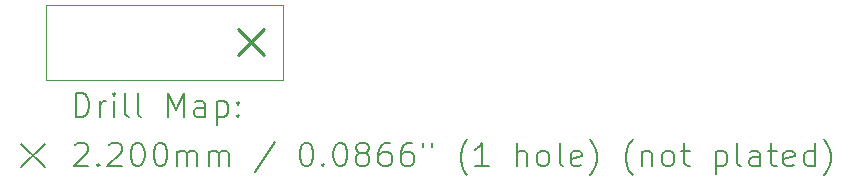
<source format=gbr>
%TF.GenerationSoftware,KiCad,Pcbnew,7.0.6*%
%TF.CreationDate,2023-11-25T11:09:49-07:00*%
%TF.ProjectId,ReflectiveSensor,5265666c-6563-4746-9976-6553656e736f,rev?*%
%TF.SameCoordinates,Original*%
%TF.FileFunction,Drillmap*%
%TF.FilePolarity,Positive*%
%FSLAX45Y45*%
G04 Gerber Fmt 4.5, Leading zero omitted, Abs format (unit mm)*
G04 Created by KiCad (PCBNEW 7.0.6) date 2023-11-25 11:09:49*
%MOMM*%
%LPD*%
G01*
G04 APERTURE LIST*
%ADD10C,0.100000*%
%ADD11C,0.200000*%
%ADD12C,0.220000*%
G04 APERTURE END LIST*
D10*
X20250000Y-7700000D02*
X22255000Y-7700000D01*
X22255000Y-8335000D01*
X20250000Y-8335000D01*
X20250000Y-7700000D01*
D11*
D12*
X21875000Y-7908500D02*
X22095000Y-8128500D01*
X22095000Y-7908500D02*
X21875000Y-8128500D01*
D11*
X20505777Y-8651484D02*
X20505777Y-8451484D01*
X20505777Y-8451484D02*
X20553396Y-8451484D01*
X20553396Y-8451484D02*
X20581967Y-8461008D01*
X20581967Y-8461008D02*
X20601015Y-8480055D01*
X20601015Y-8480055D02*
X20610539Y-8499103D01*
X20610539Y-8499103D02*
X20620063Y-8537198D01*
X20620063Y-8537198D02*
X20620063Y-8565770D01*
X20620063Y-8565770D02*
X20610539Y-8603865D01*
X20610539Y-8603865D02*
X20601015Y-8622912D01*
X20601015Y-8622912D02*
X20581967Y-8641960D01*
X20581967Y-8641960D02*
X20553396Y-8651484D01*
X20553396Y-8651484D02*
X20505777Y-8651484D01*
X20705777Y-8651484D02*
X20705777Y-8518150D01*
X20705777Y-8556246D02*
X20715301Y-8537198D01*
X20715301Y-8537198D02*
X20724824Y-8527674D01*
X20724824Y-8527674D02*
X20743872Y-8518150D01*
X20743872Y-8518150D02*
X20762920Y-8518150D01*
X20829586Y-8651484D02*
X20829586Y-8518150D01*
X20829586Y-8451484D02*
X20820063Y-8461008D01*
X20820063Y-8461008D02*
X20829586Y-8470531D01*
X20829586Y-8470531D02*
X20839110Y-8461008D01*
X20839110Y-8461008D02*
X20829586Y-8451484D01*
X20829586Y-8451484D02*
X20829586Y-8470531D01*
X20953396Y-8651484D02*
X20934348Y-8641960D01*
X20934348Y-8641960D02*
X20924824Y-8622912D01*
X20924824Y-8622912D02*
X20924824Y-8451484D01*
X21058158Y-8651484D02*
X21039110Y-8641960D01*
X21039110Y-8641960D02*
X21029586Y-8622912D01*
X21029586Y-8622912D02*
X21029586Y-8451484D01*
X21286729Y-8651484D02*
X21286729Y-8451484D01*
X21286729Y-8451484D02*
X21353396Y-8594341D01*
X21353396Y-8594341D02*
X21420063Y-8451484D01*
X21420063Y-8451484D02*
X21420063Y-8651484D01*
X21601015Y-8651484D02*
X21601015Y-8546722D01*
X21601015Y-8546722D02*
X21591491Y-8527674D01*
X21591491Y-8527674D02*
X21572444Y-8518150D01*
X21572444Y-8518150D02*
X21534348Y-8518150D01*
X21534348Y-8518150D02*
X21515301Y-8527674D01*
X21601015Y-8641960D02*
X21581967Y-8651484D01*
X21581967Y-8651484D02*
X21534348Y-8651484D01*
X21534348Y-8651484D02*
X21515301Y-8641960D01*
X21515301Y-8641960D02*
X21505777Y-8622912D01*
X21505777Y-8622912D02*
X21505777Y-8603865D01*
X21505777Y-8603865D02*
X21515301Y-8584817D01*
X21515301Y-8584817D02*
X21534348Y-8575293D01*
X21534348Y-8575293D02*
X21581967Y-8575293D01*
X21581967Y-8575293D02*
X21601015Y-8565770D01*
X21696253Y-8518150D02*
X21696253Y-8718150D01*
X21696253Y-8527674D02*
X21715301Y-8518150D01*
X21715301Y-8518150D02*
X21753396Y-8518150D01*
X21753396Y-8518150D02*
X21772444Y-8527674D01*
X21772444Y-8527674D02*
X21781967Y-8537198D01*
X21781967Y-8537198D02*
X21791491Y-8556246D01*
X21791491Y-8556246D02*
X21791491Y-8613389D01*
X21791491Y-8613389D02*
X21781967Y-8632436D01*
X21781967Y-8632436D02*
X21772444Y-8641960D01*
X21772444Y-8641960D02*
X21753396Y-8651484D01*
X21753396Y-8651484D02*
X21715301Y-8651484D01*
X21715301Y-8651484D02*
X21696253Y-8641960D01*
X21877205Y-8632436D02*
X21886729Y-8641960D01*
X21886729Y-8641960D02*
X21877205Y-8651484D01*
X21877205Y-8651484D02*
X21867682Y-8641960D01*
X21867682Y-8641960D02*
X21877205Y-8632436D01*
X21877205Y-8632436D02*
X21877205Y-8651484D01*
X21877205Y-8527674D02*
X21886729Y-8537198D01*
X21886729Y-8537198D02*
X21877205Y-8546722D01*
X21877205Y-8546722D02*
X21867682Y-8537198D01*
X21867682Y-8537198D02*
X21877205Y-8527674D01*
X21877205Y-8527674D02*
X21877205Y-8546722D01*
X20045000Y-8880000D02*
X20245000Y-9080000D01*
X20245000Y-8880000D02*
X20045000Y-9080000D01*
X20496253Y-8890531D02*
X20505777Y-8881008D01*
X20505777Y-8881008D02*
X20524824Y-8871484D01*
X20524824Y-8871484D02*
X20572444Y-8871484D01*
X20572444Y-8871484D02*
X20591491Y-8881008D01*
X20591491Y-8881008D02*
X20601015Y-8890531D01*
X20601015Y-8890531D02*
X20610539Y-8909579D01*
X20610539Y-8909579D02*
X20610539Y-8928627D01*
X20610539Y-8928627D02*
X20601015Y-8957198D01*
X20601015Y-8957198D02*
X20486729Y-9071484D01*
X20486729Y-9071484D02*
X20610539Y-9071484D01*
X20696253Y-9052436D02*
X20705777Y-9061960D01*
X20705777Y-9061960D02*
X20696253Y-9071484D01*
X20696253Y-9071484D02*
X20686729Y-9061960D01*
X20686729Y-9061960D02*
X20696253Y-9052436D01*
X20696253Y-9052436D02*
X20696253Y-9071484D01*
X20781967Y-8890531D02*
X20791491Y-8881008D01*
X20791491Y-8881008D02*
X20810539Y-8871484D01*
X20810539Y-8871484D02*
X20858158Y-8871484D01*
X20858158Y-8871484D02*
X20877205Y-8881008D01*
X20877205Y-8881008D02*
X20886729Y-8890531D01*
X20886729Y-8890531D02*
X20896253Y-8909579D01*
X20896253Y-8909579D02*
X20896253Y-8928627D01*
X20896253Y-8928627D02*
X20886729Y-8957198D01*
X20886729Y-8957198D02*
X20772444Y-9071484D01*
X20772444Y-9071484D02*
X20896253Y-9071484D01*
X21020063Y-8871484D02*
X21039110Y-8871484D01*
X21039110Y-8871484D02*
X21058158Y-8881008D01*
X21058158Y-8881008D02*
X21067682Y-8890531D01*
X21067682Y-8890531D02*
X21077205Y-8909579D01*
X21077205Y-8909579D02*
X21086729Y-8947674D01*
X21086729Y-8947674D02*
X21086729Y-8995293D01*
X21086729Y-8995293D02*
X21077205Y-9033389D01*
X21077205Y-9033389D02*
X21067682Y-9052436D01*
X21067682Y-9052436D02*
X21058158Y-9061960D01*
X21058158Y-9061960D02*
X21039110Y-9071484D01*
X21039110Y-9071484D02*
X21020063Y-9071484D01*
X21020063Y-9071484D02*
X21001015Y-9061960D01*
X21001015Y-9061960D02*
X20991491Y-9052436D01*
X20991491Y-9052436D02*
X20981967Y-9033389D01*
X20981967Y-9033389D02*
X20972444Y-8995293D01*
X20972444Y-8995293D02*
X20972444Y-8947674D01*
X20972444Y-8947674D02*
X20981967Y-8909579D01*
X20981967Y-8909579D02*
X20991491Y-8890531D01*
X20991491Y-8890531D02*
X21001015Y-8881008D01*
X21001015Y-8881008D02*
X21020063Y-8871484D01*
X21210539Y-8871484D02*
X21229586Y-8871484D01*
X21229586Y-8871484D02*
X21248634Y-8881008D01*
X21248634Y-8881008D02*
X21258158Y-8890531D01*
X21258158Y-8890531D02*
X21267682Y-8909579D01*
X21267682Y-8909579D02*
X21277205Y-8947674D01*
X21277205Y-8947674D02*
X21277205Y-8995293D01*
X21277205Y-8995293D02*
X21267682Y-9033389D01*
X21267682Y-9033389D02*
X21258158Y-9052436D01*
X21258158Y-9052436D02*
X21248634Y-9061960D01*
X21248634Y-9061960D02*
X21229586Y-9071484D01*
X21229586Y-9071484D02*
X21210539Y-9071484D01*
X21210539Y-9071484D02*
X21191491Y-9061960D01*
X21191491Y-9061960D02*
X21181967Y-9052436D01*
X21181967Y-9052436D02*
X21172444Y-9033389D01*
X21172444Y-9033389D02*
X21162920Y-8995293D01*
X21162920Y-8995293D02*
X21162920Y-8947674D01*
X21162920Y-8947674D02*
X21172444Y-8909579D01*
X21172444Y-8909579D02*
X21181967Y-8890531D01*
X21181967Y-8890531D02*
X21191491Y-8881008D01*
X21191491Y-8881008D02*
X21210539Y-8871484D01*
X21362920Y-9071484D02*
X21362920Y-8938150D01*
X21362920Y-8957198D02*
X21372444Y-8947674D01*
X21372444Y-8947674D02*
X21391491Y-8938150D01*
X21391491Y-8938150D02*
X21420063Y-8938150D01*
X21420063Y-8938150D02*
X21439110Y-8947674D01*
X21439110Y-8947674D02*
X21448634Y-8966722D01*
X21448634Y-8966722D02*
X21448634Y-9071484D01*
X21448634Y-8966722D02*
X21458158Y-8947674D01*
X21458158Y-8947674D02*
X21477205Y-8938150D01*
X21477205Y-8938150D02*
X21505777Y-8938150D01*
X21505777Y-8938150D02*
X21524825Y-8947674D01*
X21524825Y-8947674D02*
X21534348Y-8966722D01*
X21534348Y-8966722D02*
X21534348Y-9071484D01*
X21629586Y-9071484D02*
X21629586Y-8938150D01*
X21629586Y-8957198D02*
X21639110Y-8947674D01*
X21639110Y-8947674D02*
X21658158Y-8938150D01*
X21658158Y-8938150D02*
X21686729Y-8938150D01*
X21686729Y-8938150D02*
X21705777Y-8947674D01*
X21705777Y-8947674D02*
X21715301Y-8966722D01*
X21715301Y-8966722D02*
X21715301Y-9071484D01*
X21715301Y-8966722D02*
X21724825Y-8947674D01*
X21724825Y-8947674D02*
X21743872Y-8938150D01*
X21743872Y-8938150D02*
X21772444Y-8938150D01*
X21772444Y-8938150D02*
X21791491Y-8947674D01*
X21791491Y-8947674D02*
X21801015Y-8966722D01*
X21801015Y-8966722D02*
X21801015Y-9071484D01*
X22191491Y-8861960D02*
X22020063Y-9119103D01*
X22448634Y-8871484D02*
X22467682Y-8871484D01*
X22467682Y-8871484D02*
X22486729Y-8881008D01*
X22486729Y-8881008D02*
X22496253Y-8890531D01*
X22496253Y-8890531D02*
X22505777Y-8909579D01*
X22505777Y-8909579D02*
X22515301Y-8947674D01*
X22515301Y-8947674D02*
X22515301Y-8995293D01*
X22515301Y-8995293D02*
X22505777Y-9033389D01*
X22505777Y-9033389D02*
X22496253Y-9052436D01*
X22496253Y-9052436D02*
X22486729Y-9061960D01*
X22486729Y-9061960D02*
X22467682Y-9071484D01*
X22467682Y-9071484D02*
X22448634Y-9071484D01*
X22448634Y-9071484D02*
X22429586Y-9061960D01*
X22429586Y-9061960D02*
X22420063Y-9052436D01*
X22420063Y-9052436D02*
X22410539Y-9033389D01*
X22410539Y-9033389D02*
X22401015Y-8995293D01*
X22401015Y-8995293D02*
X22401015Y-8947674D01*
X22401015Y-8947674D02*
X22410539Y-8909579D01*
X22410539Y-8909579D02*
X22420063Y-8890531D01*
X22420063Y-8890531D02*
X22429586Y-8881008D01*
X22429586Y-8881008D02*
X22448634Y-8871484D01*
X22601015Y-9052436D02*
X22610539Y-9061960D01*
X22610539Y-9061960D02*
X22601015Y-9071484D01*
X22601015Y-9071484D02*
X22591491Y-9061960D01*
X22591491Y-9061960D02*
X22601015Y-9052436D01*
X22601015Y-9052436D02*
X22601015Y-9071484D01*
X22734348Y-8871484D02*
X22753396Y-8871484D01*
X22753396Y-8871484D02*
X22772444Y-8881008D01*
X22772444Y-8881008D02*
X22781967Y-8890531D01*
X22781967Y-8890531D02*
X22791491Y-8909579D01*
X22791491Y-8909579D02*
X22801015Y-8947674D01*
X22801015Y-8947674D02*
X22801015Y-8995293D01*
X22801015Y-8995293D02*
X22791491Y-9033389D01*
X22791491Y-9033389D02*
X22781967Y-9052436D01*
X22781967Y-9052436D02*
X22772444Y-9061960D01*
X22772444Y-9061960D02*
X22753396Y-9071484D01*
X22753396Y-9071484D02*
X22734348Y-9071484D01*
X22734348Y-9071484D02*
X22715301Y-9061960D01*
X22715301Y-9061960D02*
X22705777Y-9052436D01*
X22705777Y-9052436D02*
X22696253Y-9033389D01*
X22696253Y-9033389D02*
X22686729Y-8995293D01*
X22686729Y-8995293D02*
X22686729Y-8947674D01*
X22686729Y-8947674D02*
X22696253Y-8909579D01*
X22696253Y-8909579D02*
X22705777Y-8890531D01*
X22705777Y-8890531D02*
X22715301Y-8881008D01*
X22715301Y-8881008D02*
X22734348Y-8871484D01*
X22915301Y-8957198D02*
X22896253Y-8947674D01*
X22896253Y-8947674D02*
X22886729Y-8938150D01*
X22886729Y-8938150D02*
X22877206Y-8919103D01*
X22877206Y-8919103D02*
X22877206Y-8909579D01*
X22877206Y-8909579D02*
X22886729Y-8890531D01*
X22886729Y-8890531D02*
X22896253Y-8881008D01*
X22896253Y-8881008D02*
X22915301Y-8871484D01*
X22915301Y-8871484D02*
X22953396Y-8871484D01*
X22953396Y-8871484D02*
X22972444Y-8881008D01*
X22972444Y-8881008D02*
X22981967Y-8890531D01*
X22981967Y-8890531D02*
X22991491Y-8909579D01*
X22991491Y-8909579D02*
X22991491Y-8919103D01*
X22991491Y-8919103D02*
X22981967Y-8938150D01*
X22981967Y-8938150D02*
X22972444Y-8947674D01*
X22972444Y-8947674D02*
X22953396Y-8957198D01*
X22953396Y-8957198D02*
X22915301Y-8957198D01*
X22915301Y-8957198D02*
X22896253Y-8966722D01*
X22896253Y-8966722D02*
X22886729Y-8976246D01*
X22886729Y-8976246D02*
X22877206Y-8995293D01*
X22877206Y-8995293D02*
X22877206Y-9033389D01*
X22877206Y-9033389D02*
X22886729Y-9052436D01*
X22886729Y-9052436D02*
X22896253Y-9061960D01*
X22896253Y-9061960D02*
X22915301Y-9071484D01*
X22915301Y-9071484D02*
X22953396Y-9071484D01*
X22953396Y-9071484D02*
X22972444Y-9061960D01*
X22972444Y-9061960D02*
X22981967Y-9052436D01*
X22981967Y-9052436D02*
X22991491Y-9033389D01*
X22991491Y-9033389D02*
X22991491Y-8995293D01*
X22991491Y-8995293D02*
X22981967Y-8976246D01*
X22981967Y-8976246D02*
X22972444Y-8966722D01*
X22972444Y-8966722D02*
X22953396Y-8957198D01*
X23162920Y-8871484D02*
X23124825Y-8871484D01*
X23124825Y-8871484D02*
X23105777Y-8881008D01*
X23105777Y-8881008D02*
X23096253Y-8890531D01*
X23096253Y-8890531D02*
X23077206Y-8919103D01*
X23077206Y-8919103D02*
X23067682Y-8957198D01*
X23067682Y-8957198D02*
X23067682Y-9033389D01*
X23067682Y-9033389D02*
X23077206Y-9052436D01*
X23077206Y-9052436D02*
X23086729Y-9061960D01*
X23086729Y-9061960D02*
X23105777Y-9071484D01*
X23105777Y-9071484D02*
X23143872Y-9071484D01*
X23143872Y-9071484D02*
X23162920Y-9061960D01*
X23162920Y-9061960D02*
X23172444Y-9052436D01*
X23172444Y-9052436D02*
X23181967Y-9033389D01*
X23181967Y-9033389D02*
X23181967Y-8985770D01*
X23181967Y-8985770D02*
X23172444Y-8966722D01*
X23172444Y-8966722D02*
X23162920Y-8957198D01*
X23162920Y-8957198D02*
X23143872Y-8947674D01*
X23143872Y-8947674D02*
X23105777Y-8947674D01*
X23105777Y-8947674D02*
X23086729Y-8957198D01*
X23086729Y-8957198D02*
X23077206Y-8966722D01*
X23077206Y-8966722D02*
X23067682Y-8985770D01*
X23353396Y-8871484D02*
X23315301Y-8871484D01*
X23315301Y-8871484D02*
X23296253Y-8881008D01*
X23296253Y-8881008D02*
X23286729Y-8890531D01*
X23286729Y-8890531D02*
X23267682Y-8919103D01*
X23267682Y-8919103D02*
X23258158Y-8957198D01*
X23258158Y-8957198D02*
X23258158Y-9033389D01*
X23258158Y-9033389D02*
X23267682Y-9052436D01*
X23267682Y-9052436D02*
X23277206Y-9061960D01*
X23277206Y-9061960D02*
X23296253Y-9071484D01*
X23296253Y-9071484D02*
X23334348Y-9071484D01*
X23334348Y-9071484D02*
X23353396Y-9061960D01*
X23353396Y-9061960D02*
X23362920Y-9052436D01*
X23362920Y-9052436D02*
X23372444Y-9033389D01*
X23372444Y-9033389D02*
X23372444Y-8985770D01*
X23372444Y-8985770D02*
X23362920Y-8966722D01*
X23362920Y-8966722D02*
X23353396Y-8957198D01*
X23353396Y-8957198D02*
X23334348Y-8947674D01*
X23334348Y-8947674D02*
X23296253Y-8947674D01*
X23296253Y-8947674D02*
X23277206Y-8957198D01*
X23277206Y-8957198D02*
X23267682Y-8966722D01*
X23267682Y-8966722D02*
X23258158Y-8985770D01*
X23448634Y-8871484D02*
X23448634Y-8909579D01*
X23524825Y-8871484D02*
X23524825Y-8909579D01*
X23820063Y-9147674D02*
X23810539Y-9138150D01*
X23810539Y-9138150D02*
X23791491Y-9109579D01*
X23791491Y-9109579D02*
X23781968Y-9090531D01*
X23781968Y-9090531D02*
X23772444Y-9061960D01*
X23772444Y-9061960D02*
X23762920Y-9014341D01*
X23762920Y-9014341D02*
X23762920Y-8976246D01*
X23762920Y-8976246D02*
X23772444Y-8928627D01*
X23772444Y-8928627D02*
X23781968Y-8900055D01*
X23781968Y-8900055D02*
X23791491Y-8881008D01*
X23791491Y-8881008D02*
X23810539Y-8852436D01*
X23810539Y-8852436D02*
X23820063Y-8842912D01*
X24001015Y-9071484D02*
X23886729Y-9071484D01*
X23943872Y-9071484D02*
X23943872Y-8871484D01*
X23943872Y-8871484D02*
X23924825Y-8900055D01*
X23924825Y-8900055D02*
X23905777Y-8919103D01*
X23905777Y-8919103D02*
X23886729Y-8928627D01*
X24239110Y-9071484D02*
X24239110Y-8871484D01*
X24324825Y-9071484D02*
X24324825Y-8966722D01*
X24324825Y-8966722D02*
X24315301Y-8947674D01*
X24315301Y-8947674D02*
X24296253Y-8938150D01*
X24296253Y-8938150D02*
X24267682Y-8938150D01*
X24267682Y-8938150D02*
X24248634Y-8947674D01*
X24248634Y-8947674D02*
X24239110Y-8957198D01*
X24448634Y-9071484D02*
X24429587Y-9061960D01*
X24429587Y-9061960D02*
X24420063Y-9052436D01*
X24420063Y-9052436D02*
X24410539Y-9033389D01*
X24410539Y-9033389D02*
X24410539Y-8976246D01*
X24410539Y-8976246D02*
X24420063Y-8957198D01*
X24420063Y-8957198D02*
X24429587Y-8947674D01*
X24429587Y-8947674D02*
X24448634Y-8938150D01*
X24448634Y-8938150D02*
X24477206Y-8938150D01*
X24477206Y-8938150D02*
X24496253Y-8947674D01*
X24496253Y-8947674D02*
X24505777Y-8957198D01*
X24505777Y-8957198D02*
X24515301Y-8976246D01*
X24515301Y-8976246D02*
X24515301Y-9033389D01*
X24515301Y-9033389D02*
X24505777Y-9052436D01*
X24505777Y-9052436D02*
X24496253Y-9061960D01*
X24496253Y-9061960D02*
X24477206Y-9071484D01*
X24477206Y-9071484D02*
X24448634Y-9071484D01*
X24629587Y-9071484D02*
X24610539Y-9061960D01*
X24610539Y-9061960D02*
X24601015Y-9042912D01*
X24601015Y-9042912D02*
X24601015Y-8871484D01*
X24781968Y-9061960D02*
X24762920Y-9071484D01*
X24762920Y-9071484D02*
X24724825Y-9071484D01*
X24724825Y-9071484D02*
X24705777Y-9061960D01*
X24705777Y-9061960D02*
X24696253Y-9042912D01*
X24696253Y-9042912D02*
X24696253Y-8966722D01*
X24696253Y-8966722D02*
X24705777Y-8947674D01*
X24705777Y-8947674D02*
X24724825Y-8938150D01*
X24724825Y-8938150D02*
X24762920Y-8938150D01*
X24762920Y-8938150D02*
X24781968Y-8947674D01*
X24781968Y-8947674D02*
X24791491Y-8966722D01*
X24791491Y-8966722D02*
X24791491Y-8985770D01*
X24791491Y-8985770D02*
X24696253Y-9004817D01*
X24858158Y-9147674D02*
X24867682Y-9138150D01*
X24867682Y-9138150D02*
X24886730Y-9109579D01*
X24886730Y-9109579D02*
X24896253Y-9090531D01*
X24896253Y-9090531D02*
X24905777Y-9061960D01*
X24905777Y-9061960D02*
X24915301Y-9014341D01*
X24915301Y-9014341D02*
X24915301Y-8976246D01*
X24915301Y-8976246D02*
X24905777Y-8928627D01*
X24905777Y-8928627D02*
X24896253Y-8900055D01*
X24896253Y-8900055D02*
X24886730Y-8881008D01*
X24886730Y-8881008D02*
X24867682Y-8852436D01*
X24867682Y-8852436D02*
X24858158Y-8842912D01*
X25220063Y-9147674D02*
X25210539Y-9138150D01*
X25210539Y-9138150D02*
X25191491Y-9109579D01*
X25191491Y-9109579D02*
X25181968Y-9090531D01*
X25181968Y-9090531D02*
X25172444Y-9061960D01*
X25172444Y-9061960D02*
X25162920Y-9014341D01*
X25162920Y-9014341D02*
X25162920Y-8976246D01*
X25162920Y-8976246D02*
X25172444Y-8928627D01*
X25172444Y-8928627D02*
X25181968Y-8900055D01*
X25181968Y-8900055D02*
X25191491Y-8881008D01*
X25191491Y-8881008D02*
X25210539Y-8852436D01*
X25210539Y-8852436D02*
X25220063Y-8842912D01*
X25296253Y-8938150D02*
X25296253Y-9071484D01*
X25296253Y-8957198D02*
X25305777Y-8947674D01*
X25305777Y-8947674D02*
X25324825Y-8938150D01*
X25324825Y-8938150D02*
X25353396Y-8938150D01*
X25353396Y-8938150D02*
X25372444Y-8947674D01*
X25372444Y-8947674D02*
X25381968Y-8966722D01*
X25381968Y-8966722D02*
X25381968Y-9071484D01*
X25505777Y-9071484D02*
X25486730Y-9061960D01*
X25486730Y-9061960D02*
X25477206Y-9052436D01*
X25477206Y-9052436D02*
X25467682Y-9033389D01*
X25467682Y-9033389D02*
X25467682Y-8976246D01*
X25467682Y-8976246D02*
X25477206Y-8957198D01*
X25477206Y-8957198D02*
X25486730Y-8947674D01*
X25486730Y-8947674D02*
X25505777Y-8938150D01*
X25505777Y-8938150D02*
X25534349Y-8938150D01*
X25534349Y-8938150D02*
X25553396Y-8947674D01*
X25553396Y-8947674D02*
X25562920Y-8957198D01*
X25562920Y-8957198D02*
X25572444Y-8976246D01*
X25572444Y-8976246D02*
X25572444Y-9033389D01*
X25572444Y-9033389D02*
X25562920Y-9052436D01*
X25562920Y-9052436D02*
X25553396Y-9061960D01*
X25553396Y-9061960D02*
X25534349Y-9071484D01*
X25534349Y-9071484D02*
X25505777Y-9071484D01*
X25629587Y-8938150D02*
X25705777Y-8938150D01*
X25658158Y-8871484D02*
X25658158Y-9042912D01*
X25658158Y-9042912D02*
X25667682Y-9061960D01*
X25667682Y-9061960D02*
X25686730Y-9071484D01*
X25686730Y-9071484D02*
X25705777Y-9071484D01*
X25924825Y-8938150D02*
X25924825Y-9138150D01*
X25924825Y-8947674D02*
X25943872Y-8938150D01*
X25943872Y-8938150D02*
X25981968Y-8938150D01*
X25981968Y-8938150D02*
X26001015Y-8947674D01*
X26001015Y-8947674D02*
X26010539Y-8957198D01*
X26010539Y-8957198D02*
X26020063Y-8976246D01*
X26020063Y-8976246D02*
X26020063Y-9033389D01*
X26020063Y-9033389D02*
X26010539Y-9052436D01*
X26010539Y-9052436D02*
X26001015Y-9061960D01*
X26001015Y-9061960D02*
X25981968Y-9071484D01*
X25981968Y-9071484D02*
X25943872Y-9071484D01*
X25943872Y-9071484D02*
X25924825Y-9061960D01*
X26134349Y-9071484D02*
X26115301Y-9061960D01*
X26115301Y-9061960D02*
X26105777Y-9042912D01*
X26105777Y-9042912D02*
X26105777Y-8871484D01*
X26296253Y-9071484D02*
X26296253Y-8966722D01*
X26296253Y-8966722D02*
X26286730Y-8947674D01*
X26286730Y-8947674D02*
X26267682Y-8938150D01*
X26267682Y-8938150D02*
X26229587Y-8938150D01*
X26229587Y-8938150D02*
X26210539Y-8947674D01*
X26296253Y-9061960D02*
X26277206Y-9071484D01*
X26277206Y-9071484D02*
X26229587Y-9071484D01*
X26229587Y-9071484D02*
X26210539Y-9061960D01*
X26210539Y-9061960D02*
X26201015Y-9042912D01*
X26201015Y-9042912D02*
X26201015Y-9023865D01*
X26201015Y-9023865D02*
X26210539Y-9004817D01*
X26210539Y-9004817D02*
X26229587Y-8995293D01*
X26229587Y-8995293D02*
X26277206Y-8995293D01*
X26277206Y-8995293D02*
X26296253Y-8985770D01*
X26362920Y-8938150D02*
X26439111Y-8938150D01*
X26391492Y-8871484D02*
X26391492Y-9042912D01*
X26391492Y-9042912D02*
X26401015Y-9061960D01*
X26401015Y-9061960D02*
X26420063Y-9071484D01*
X26420063Y-9071484D02*
X26439111Y-9071484D01*
X26581968Y-9061960D02*
X26562920Y-9071484D01*
X26562920Y-9071484D02*
X26524825Y-9071484D01*
X26524825Y-9071484D02*
X26505777Y-9061960D01*
X26505777Y-9061960D02*
X26496253Y-9042912D01*
X26496253Y-9042912D02*
X26496253Y-8966722D01*
X26496253Y-8966722D02*
X26505777Y-8947674D01*
X26505777Y-8947674D02*
X26524825Y-8938150D01*
X26524825Y-8938150D02*
X26562920Y-8938150D01*
X26562920Y-8938150D02*
X26581968Y-8947674D01*
X26581968Y-8947674D02*
X26591492Y-8966722D01*
X26591492Y-8966722D02*
X26591492Y-8985770D01*
X26591492Y-8985770D02*
X26496253Y-9004817D01*
X26762920Y-9071484D02*
X26762920Y-8871484D01*
X26762920Y-9061960D02*
X26743873Y-9071484D01*
X26743873Y-9071484D02*
X26705777Y-9071484D01*
X26705777Y-9071484D02*
X26686730Y-9061960D01*
X26686730Y-9061960D02*
X26677206Y-9052436D01*
X26677206Y-9052436D02*
X26667682Y-9033389D01*
X26667682Y-9033389D02*
X26667682Y-8976246D01*
X26667682Y-8976246D02*
X26677206Y-8957198D01*
X26677206Y-8957198D02*
X26686730Y-8947674D01*
X26686730Y-8947674D02*
X26705777Y-8938150D01*
X26705777Y-8938150D02*
X26743873Y-8938150D01*
X26743873Y-8938150D02*
X26762920Y-8947674D01*
X26839111Y-9147674D02*
X26848634Y-9138150D01*
X26848634Y-9138150D02*
X26867682Y-9109579D01*
X26867682Y-9109579D02*
X26877206Y-9090531D01*
X26877206Y-9090531D02*
X26886730Y-9061960D01*
X26886730Y-9061960D02*
X26896253Y-9014341D01*
X26896253Y-9014341D02*
X26896253Y-8976246D01*
X26896253Y-8976246D02*
X26886730Y-8928627D01*
X26886730Y-8928627D02*
X26877206Y-8900055D01*
X26877206Y-8900055D02*
X26867682Y-8881008D01*
X26867682Y-8881008D02*
X26848634Y-8852436D01*
X26848634Y-8852436D02*
X26839111Y-8842912D01*
M02*

</source>
